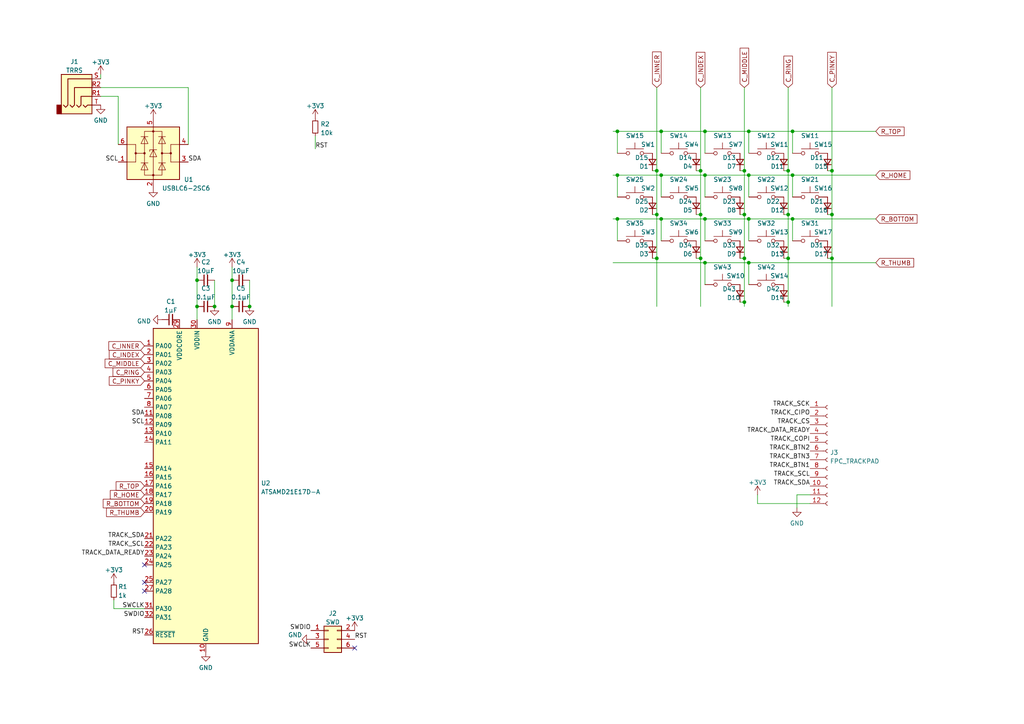
<source format=kicad_sch>
(kicad_sch (version 20211123) (generator eeschema)
  (paper "A4")
  (lib_symbols
    (symbol "Connector:AudioJack4"
      (property "Reference" "J" (at 0 8.89 0))
      (property "Value" "AudioJack4" (at 0 6.35 0))
      (symbol "AudioJack4_0_1"
        (rectangle (start -6.35 -5.08) (end -7.62 -7.62) (stroke (width 0.254)) (fill (type outline)))
        (polyline (pts (xy 0 -5.08) (xy 0.635 -5.715) (xy 1.27 -5.08) (xy 2.54 -5.08)) (stroke (width 0.254)))
        (polyline (pts (xy -5.715 -5.08) (xy -5.08 -5.715) (xy -4.445 -5.08) (xy -4.445 2.54) (xy 2.54 2.54)) (stroke (width 0.254)))
        (polyline (pts (xy -1.905 -5.08) (xy -1.27 -5.715) (xy -0.635 -5.08) (xy -0.635 -2.54) (xy 2.54 -2.54)) (stroke (width 0.254)))
        (polyline (pts (xy 2.54 0) (xy -2.54 0) (xy -2.54 -5.08) (xy -3.175 -5.715) (xy -3.81 -5.08)) (stroke (width 0.254)))
        (rectangle (start 2.54 3.81) (end -6.35 -7.62) (stroke (width 0.254)) (fill (type background)))
      )
      (symbol "AudioJack4_1_1"
        (pin passive line (at 5.08 -2.54 180) (length 2.54) (name "~") (number "R1"))
        (pin passive line (at 5.08 0 180) (length 2.54) (name "~") (number "R2"))
        (pin passive line (at 5.08 2.54 180) (length 2.54) (name "~") (number "S"))
        (pin passive line (at 5.08 -5.08 180) (length 2.54) (name "~") (number "T"))
      )
    )
    (symbol "Connector:Conn_01x12_Female" (pin_names (offset 1.016) hide)
      (property "Reference" "J" (at 0 15.24 0))
      (property "Value" "Conn_01x12_Female" (at 0 -17.78 0))
      (symbol "Conn_01x12_Female_1_1"
        (arc (start 0 -14.732) (mid -0.508 -15.24) (end 0 -15.748) (stroke (width 0.1524)))
        (arc (start 0 -12.192) (mid -0.508 -12.7) (end 0 -13.208) (stroke (width 0.1524)))
        (arc (start 0 -9.652) (mid -0.508 -10.16) (end 0 -10.668) (stroke (width 0.1524)))
        (arc (start 0 -7.112) (mid -0.508 -7.62) (end 0 -8.128) (stroke (width 0.1524)))
        (arc (start 0 -4.572) (mid -0.508 -5.08) (end 0 -5.588) (stroke (width 0.1524)))
        (arc (start 0 -2.032) (mid -0.508 -2.54) (end 0 -3.048) (stroke (width 0.1524)))
        (polyline (pts (xy -1.27 -15.24) (xy -0.508 -15.24)) (stroke (width 0.1524)))
        (polyline (pts (xy -1.27 -12.7) (xy -0.508 -12.7)) (stroke (width 0.1524)))
        (polyline (pts (xy -1.27 -10.16) (xy -0.508 -10.16)) (stroke (width 0.1524)))
        (polyline (pts (xy -1.27 -7.62) (xy -0.508 -7.62)) (stroke (width 0.1524)))
        (polyline (pts (xy -1.27 -5.08) (xy -0.508 -5.08)) (stroke (width 0.1524)))
        (polyline (pts (xy -1.27 -2.54) (xy -0.508 -2.54)) (stroke (width 0.1524)))
        (polyline (pts (xy -1.27 0) (xy -0.508 0)) (stroke (width 0.1524)))
        (polyline (pts (xy -1.27 2.54) (xy -0.508 2.54)) (stroke (width 0.1524)))
        (polyline (pts (xy -1.27 5.08) (xy -0.508 5.08)) (stroke (width 0.1524)))
        (polyline (pts (xy -1.27 7.62) (xy -0.508 7.62)) (stroke (width 0.1524)))
        (polyline (pts (xy -1.27 10.16) (xy -0.508 10.16)) (stroke (width 0.1524)))
        (polyline (pts (xy -1.27 12.7) (xy -0.508 12.7)) (stroke (width 0.1524)))
        (arc (start 0 0.508) (mid -0.508 0) (end 0 -0.508) (stroke (width 0.1524)))
        (arc (start 0 3.048) (mid -0.508 2.54) (end 0 2.032) (stroke (width 0.1524)))
        (arc (start 0 5.588) (mid -0.508 5.08) (end 0 4.572) (stroke (width 0.1524)))
        (arc (start 0 8.128) (mid -0.508 7.62) (end 0 7.112) (stroke (width 0.1524)))
        (arc (start 0 10.668) (mid -0.508 10.16) (end 0 9.652) (stroke (width 0.1524)))
        (arc (start 0 13.208) (mid -0.508 12.7) (end 0 12.192) (stroke (width 0.1524)))
        (pin passive line (at -5.08 12.7 0) (length 3.81) (name "Pin_1") (number "1"))
        (pin passive line (at -5.08 -10.16 0) (length 3.81) (name "Pin_10") (number "10"))
        (pin passive line (at -5.08 -12.7 0) (length 3.81) (name "Pin_11") (number "11"))
        (pin passive line (at -5.08 -15.24 0) (length 3.81) (name "Pin_12") (number "12"))
        (pin passive line (at -5.08 10.16 0) (length 3.81) (name "Pin_2") (number "2"))
        (pin passive line (at -5.08 7.62 0) (length 3.81) (name "Pin_3") (number "3"))
        (pin passive line (at -5.08 5.08 0) (length 3.81) (name "Pin_4") (number "4"))
        (pin passive line (at -5.08 2.54 0) (length 3.81) (name "Pin_5") (number "5"))
        (pin passive line (at -5.08 0 0) (length 3.81) (name "Pin_6") (number "6"))
        (pin passive line (at -5.08 -2.54 0) (length 3.81) (name "Pin_7") (number "7"))
        (pin passive line (at -5.08 -5.08 0) (length 3.81) (name "Pin_8") (number "8"))
        (pin passive line (at -5.08 -7.62 0) (length 3.81) (name "Pin_9") (number "9"))
      )
    )
    (symbol "Connector_Generic:Conn_02x03_Odd_Even" (pin_names (offset 1.016) hide)
      (property "Reference" "J" (at 1.27 5.08 0))
      (property "Value" "Conn_02x03_Odd_Even" (at 1.27 -5.08 0))
      (symbol "Conn_02x03_Odd_Even_1_1"
        (rectangle (start -1.27 -2.413) (end 0 -2.667) (stroke (width 0.1524)))
        (rectangle (start -1.27 0.127) (end 0 -0.127) (stroke (width 0.1524)))
        (rectangle (start -1.27 2.667) (end 0 2.413) (stroke (width 0.1524)))
        (rectangle (start -1.27 3.81) (end 3.81 -3.81) (stroke (width 0.254)) (fill (type background)))
        (rectangle (start 3.81 -2.413) (end 2.54 -2.667) (stroke (width 0.1524)))
        (rectangle (start 3.81 0.127) (end 2.54 -0.127) (stroke (width 0.1524)))
        (rectangle (start 3.81 2.667) (end 2.54 2.413) (stroke (width 0.1524)))
        (pin passive line (at -5.08 2.54 0) (length 3.81) (name "Pin_1") (number "1"))
        (pin passive line (at 7.62 2.54 180) (length 3.81) (name "Pin_2") (number "2"))
        (pin passive line (at -5.08 0 0) (length 3.81) (name "Pin_3") (number "3"))
        (pin passive line (at 7.62 0 180) (length 3.81) (name "Pin_4") (number "4"))
        (pin passive line (at -5.08 -2.54 0) (length 3.81) (name "Pin_5") (number "5"))
        (pin passive line (at 7.62 -2.54 180) (length 3.81) (name "Pin_6") (number "6"))
      )
    )
    (symbol "Device:C_Small" (pin_numbers hide) (pin_names (offset 0.254) hide)
      (property "Reference" "C" (at 0.254 1.778 0))
      (property "Value" "C_Small" (at 0.254 -2.032 0))
      (symbol "C_Small_0_1"
        (polyline (pts (xy -1.524 -0.508) (xy 1.524 -0.508)) (stroke (width 0.3302)))
        (polyline (pts (xy -1.524 0.508) (xy 1.524 0.508)) (stroke (width 0.3048)))
      )
      (symbol "C_Small_1_1"
        (pin passive line (at 0 2.54 270) (length 2.032) (name "~") (number "1"))
        (pin passive line (at 0 -2.54 90) (length 2.032) (name "~") (number "2"))
      )
    )
    (symbol "Device:D_Small" (pin_numbers hide) (pin_names (offset 0.254) hide)
      (property "Reference" "D" (at -1.27 2.032 0))
      (property "Value" "D_Small" (at -3.81 -2.032 0))
      (symbol "D_Small_0_1"
        (polyline (pts (xy -0.762 -1.016) (xy -0.762 1.016)) (stroke (width 0.254)))
        (polyline (pts (xy -0.762 0) (xy 0.762 0)))
        (polyline (pts (xy 0.762 -1.016) (xy -0.762 0) (xy 0.762 1.016) (xy 0.762 -1.016)) (stroke (width 0.254)))
      )
      (symbol "D_Small_1_1"
        (pin passive line (at -2.54 0 0) (length 1.778) (name "K") (number "1"))
        (pin passive line (at 2.54 0 180) (length 1.778) (name "A") (number "2"))
      )
    )
    (symbol "Device:R_Small" (pin_numbers hide) (pin_names (offset 0.254) hide)
      (property "Reference" "R" (at 0.762 0.508 0))
      (property "Value" "R_Small" (at 0.762 -1.016 0))
      (symbol "R_Small_0_1"
        (rectangle (start -0.762 1.778) (end 0.762 -1.778) (stroke (width 0.2032)))
      )
      (symbol "R_Small_1_1"
        (pin passive line (at 0 2.54 270) (length 0.762) (name "~") (number "1"))
        (pin passive line (at 0 -2.54 90) (length 0.762) (name "~") (number "2"))
      )
    )
    (symbol "MCU_Microchip_SAMD:ATSAMD21E17D-A"
      (property "Reference" "U" (at -13.97 46.99 0))
      (property "Value" "ATSAMD21E17D-A" (at 16.51 46.99 0))
      (symbol "ATSAMD21E17D-A_1_1"
        (rectangle (start -15.24 45.72) (end 15.24 -45.72) (stroke (width 0.254)) (fill (type background)))
        (pin bidirectional line (at -17.78 40.64 0) (length 2.54) (name "PA00") (number "1"))
        (pin power_in line (at 0 -48.26 90) (length 2.54) (name "GND") (number "10"))
        (pin bidirectional line (at -17.78 20.32 0) (length 2.54) (name "PA08") (number "11"))
        (pin bidirectional line (at -17.78 17.78 0) (length 2.54) (name "PA09") (number "12"))
        (pin bidirectional line (at -17.78 15.24 0) (length 2.54) (name "PA10") (number "13"))
        (pin bidirectional line (at -17.78 12.7 0) (length 2.54) (name "PA11") (number "14"))
        (pin bidirectional line (at -17.78 5.08 0) (length 2.54) (name "PA14") (number "15"))
        (pin bidirectional line (at -17.78 2.54 0) (length 2.54) (name "PA15") (number "16"))
        (pin bidirectional line (at -17.78 0 0) (length 2.54) (name "PA16") (number "17"))
        (pin bidirectional line (at -17.78 -2.54 0) (length 2.54) (name "PA17") (number "18"))
        (pin bidirectional line (at -17.78 -5.08 0) (length 2.54) (name "PA18") (number "19"))
        (pin bidirectional line (at -17.78 38.1 0) (length 2.54) (name "PA01") (number "2"))
        (pin bidirectional line (at -17.78 -7.62 0) (length 2.54) (name "PA19") (number "20"))
        (pin bidirectional line (at -17.78 -15.24 0) (length 2.54) (name "PA22") (number "21"))
        (pin bidirectional line (at -17.78 -17.78 0) (length 2.54) (name "PA23") (number "22"))
        (pin bidirectional line (at -17.78 -20.32 0) (length 2.54) (name "PA24") (number "23"))
        (pin bidirectional line (at -17.78 -22.86 0) (length 2.54) (name "PA25") (number "24"))
        (pin bidirectional line (at -17.78 -27.94 0) (length 2.54) (name "PA27") (number "25"))
        (pin input line (at -17.78 -43.18 0) (length 2.54) (name "~{RESET}") (number "26"))
        (pin bidirectional line (at -17.78 -30.48 0) (length 2.54) (name "PA28") (number "27"))
        (pin passive line (at 0 -48.26 90) (length 2.54) hide (name "GND") (number "28"))
        (pin power_out line (at -7.62 48.26 270) (length 2.54) (name "VDDCORE") (number "29"))
        (pin bidirectional line (at -17.78 35.56 0) (length 2.54) (name "PA02") (number "3"))
        (pin power_in line (at -2.54 48.26 270) (length 2.54) (name "VDDIN") (number "30"))
        (pin bidirectional line (at -17.78 -35.56 0) (length 2.54) (name "PA30") (number "31"))
        (pin bidirectional line (at -17.78 -38.1 0) (length 2.54) (name "PA31") (number "32"))
        (pin bidirectional line (at -17.78 33.02 0) (length 2.54) (name "PA03") (number "4"))
        (pin bidirectional line (at -17.78 30.48 0) (length 2.54) (name "PA04") (number "5"))
        (pin bidirectional line (at -17.78 27.94 0) (length 2.54) (name "PA05") (number "6"))
        (pin bidirectional line (at -17.78 25.4 0) (length 2.54) (name "PA06") (number "7"))
        (pin bidirectional line (at -17.78 22.86 0) (length 2.54) (name "PA07") (number "8"))
        (pin power_in line (at 7.62 48.26 270) (length 2.54) (name "VDDANA") (number "9"))
      )
    )
    (symbol "Power_Protection:USBLC6-2SC6" (pin_names hide)
      (property "Reference" "U" (at 2.54 8.89 0))
      (property "Value" "USBLC6-2SC6" (at 2.54 -8.89 0))
      (symbol "USBLC6-2SC6_0_1"
        (rectangle (start -7.62 -7.62) (end 7.62 7.62) (stroke (width 0.254)) (fill (type background)))
        (circle (center -5.08 0) (radius 0.254) (fill (type outline)))
        (circle (center -2.54 0) (radius 0.254) (fill (type outline)))
        (rectangle (start -2.54 6.35) (end 2.54 -6.35))
        (circle (center 0 -6.35) (radius 0.254) (fill (type outline)))
        (polyline (pts (xy -5.08 -2.54) (xy -7.62 -2.54)))
        (polyline (pts (xy -5.08 0) (xy -5.08 -2.54)))
        (polyline (pts (xy -5.08 2.54) (xy -7.62 2.54)))
        (polyline (pts (xy -1.524 -2.794) (xy -3.556 -2.794)))
        (polyline (pts (xy -1.524 4.826) (xy -3.556 4.826)))
        (polyline (pts (xy 0 -7.62) (xy 0 -6.35)))
        (polyline (pts (xy 0 -6.35) (xy 0 1.27)))
        (polyline (pts (xy 0 1.27) (xy 0 6.35)))
        (polyline (pts (xy 0 6.35) (xy 0 7.62)))
        (polyline (pts (xy 1.524 -2.794) (xy 3.556 -2.794)))
        (polyline (pts (xy 1.524 4.826) (xy 3.556 4.826)))
        (polyline (pts (xy 5.08 -2.54) (xy 7.62 -2.54)))
        (polyline (pts (xy 5.08 0) (xy 5.08 -2.54)))
        (polyline (pts (xy 5.08 2.54) (xy 7.62 2.54)))
        (polyline (pts (xy -2.54 0) (xy -5.08 0) (xy -5.08 2.54)))
        (polyline (pts (xy 2.54 0) (xy 5.08 0) (xy 5.08 2.54)))
        (polyline (pts (xy -3.556 -4.826) (xy -1.524 -4.826) (xy -2.54 -2.794) (xy -3.556 -4.826)))
        (polyline (pts (xy -3.556 2.794) (xy -1.524 2.794) (xy -2.54 4.826) (xy -3.556 2.794)))
        (polyline (pts (xy -1.016 -1.016) (xy 1.016 -1.016) (xy 0 1.016) (xy -1.016 -1.016)))
        (polyline (pts (xy 1.016 1.016) (xy 0.762 1.016) (xy -1.016 1.016) (xy -1.016 0.508)))
        (polyline (pts (xy 3.556 -4.826) (xy 1.524 -4.826) (xy 2.54 -2.794) (xy 3.556 -4.826)))
        (polyline (pts (xy 3.556 2.794) (xy 1.524 2.794) (xy 2.54 4.826) (xy 3.556 2.794)))
        (circle (center 0 6.35) (radius 0.254) (fill (type outline)))
        (circle (center 2.54 0) (radius 0.254) (fill (type outline)))
        (circle (center 5.08 0) (radius 0.254) (fill (type outline)))
      )
      (symbol "USBLC6-2SC6_1_1"
        (pin passive line (at -10.16 -2.54 0) (length 2.54) (name "I/O1") (number "1"))
        (pin passive line (at 0 -10.16 90) (length 2.54) (name "GND") (number "2"))
        (pin passive line (at 10.16 -2.54 180) (length 2.54) (name "I/O2") (number "3"))
        (pin passive line (at 10.16 2.54 180) (length 2.54) (name "I/O2") (number "4"))
        (pin passive line (at 0 10.16 270) (length 2.54) (name "VBUS") (number "5"))
        (pin passive line (at -10.16 2.54 0) (length 2.54) (name "I/O1") (number "6"))
      )
    )
    (symbol "Switch:SW_Push" (pin_numbers hide) (pin_names (offset 1.016) hide)
      (property "Reference" "SW" (at 1.27 2.54 0))
      (property "Value" "SW_Push" (at 0 -1.524 0))
      (symbol "SW_Push_0_1"
        (circle (center -2.032 0) (radius 0.508))
        (polyline (pts (xy 0 1.27) (xy 0 3.048)))
        (polyline (pts (xy 2.54 1.27) (xy -2.54 1.27)))
        (circle (center 2.032 0) (radius 0.508))
        (pin passive line (at -5.08 0 0) (length 2.54) (name "1") (number "1"))
        (pin passive line (at 5.08 0 180) (length 2.54) (name "2") (number "2"))
      )
    )
    (symbol "power:+3V3" (power) (pin_names (offset 0))
      (property "Value" "+3V3" (at 0 3.556 0))
      (symbol "+3V3_0_1"
        (polyline (pts (xy -0.762 1.27) (xy 0 2.54)))
        (polyline (pts (xy 0 0) (xy 0 2.54)))
        (polyline (pts (xy 0 2.54) (xy 0.762 1.27)))
      )
      (symbol "+3V3_1_1"
        (pin power_in line (at 0 0 90) (length 0) hide (name "+3V3") (number "1"))
      )
    )
    (symbol "power:GND" (power) (pin_names (offset 0))
      (property "Value" "GND" (at 0 -3.81 0))
      (symbol "GND_0_1"
        (polyline (pts (xy 0 0) (xy 0 -1.27) (xy 1.27 -1.27) (xy 0 -2.54) (xy -1.27 -1.27) (xy 0 -1.27)))
      )
      (symbol "GND_1_1"
        (pin power_in line (at 0 0 270) (length 0) hide (name "GND") (number "1"))
      )
    )
  )
  (junction (at 217.17 63.5))
  (junction (at 190.5 49.53))
  (junction (at 203.2 49.53))
  (junction (at 179.07 63.5))
  (junction (at 229.87 38.1))
  (junction (at 191.77 63.5))
  (junction (at 72.39 88.9))
  (junction (at 241.3 74.93))
  (junction (at 228.6 87.63))
  (junction (at 228.6 49.53))
  (junction (at 241.3 49.53))
  (junction (at 217.17 50.8))
  (junction (at 217.17 76.2))
  (junction (at 190.5 74.93))
  (junction (at 179.07 50.8))
  (junction (at 191.77 38.1))
  (junction (at 215.9 49.53))
  (junction (at 228.6 74.93))
  (junction (at 67.31 81.28))
  (junction (at 191.77 50.8))
  (junction (at 203.2 74.93))
  (junction (at 62.23 88.9))
  (junction (at 229.87 50.8))
  (junction (at 215.9 87.63))
  (junction (at 215.9 62.23))
  (junction (at 204.47 63.5))
  (junction (at 204.47 38.1))
  (junction (at 228.6 62.23))
  (junction (at 57.15 81.28))
  (junction (at 203.2 62.23))
  (junction (at 67.31 88.9))
  (junction (at 204.47 50.8))
  (junction (at 57.15 88.9))
  (junction (at 217.17 38.1))
  (junction (at 190.5 62.23))
  (junction (at 229.87 63.5))
  (junction (at 204.47 76.2))
  (junction (at 215.9 74.93))
  (junction (at 179.07 38.1))
  (junction (at 241.3 62.23))
  (no_connect (at 41.91 168.91))
  (no_connect (at 41.91 163.83))
  (no_connect (at 102.87 187.96))
  (no_connect (at 41.91 171.45))
  (wire (pts (xy 215.9 62.23) (xy 215.9 74.93)))
  (wire (pts (xy 29.21 25.4) (xy 54.61 25.4)))
  (wire (pts (xy 228.6 87.63) (xy 228.6 88.9)))
  (wire (pts (xy 204.47 38.1) (xy 204.47 44.45)))
  (wire (pts (xy 215.9 49.53) (xy 214.63 49.53)))
  (wire (pts (xy 203.2 74.93) (xy 201.93 74.93)))
  (wire (pts (xy 190.5 49.53) (xy 189.23 49.53)))
  (wire (pts (xy 217.17 63.5) (xy 204.47 63.5)))
  (wire (pts (xy 179.07 63.5) (xy 177.8 63.5)))
  (wire (pts (xy 241.3 49.53) (xy 241.3 62.23)))
  (wire (pts (xy 191.77 50.8) (xy 179.07 50.8)))
  (wire (pts (xy 241.3 62.23) (xy 241.3 74.93)))
  (wire (pts (xy 229.87 63.5) (xy 217.17 63.5)))
  (wire (pts (xy 217.17 76.2) (xy 204.47 76.2)))
  (wire (pts (xy 57.15 81.28) (xy 57.15 88.9)))
  (wire (pts (xy 229.87 50.8) (xy 217.17 50.8)))
  (wire (pts (xy 190.5 62.23) (xy 189.23 62.23)))
  (wire (pts (xy 215.9 87.63) (xy 215.9 88.9)))
  (wire (pts (xy 228.6 49.53) (xy 228.6 62.23)))
  (wire (pts (xy 215.9 74.93) (xy 215.9 87.63)))
  (wire (pts (xy 228.6 49.53) (xy 227.33 49.53)))
  (wire (pts (xy 254 76.2) (xy 217.17 76.2)))
  (wire (pts (xy 228.6 25.4) (xy 228.6 49.53)))
  (wire (pts (xy 203.2 25.4) (xy 203.2 49.53)))
  (wire (pts (xy 254 50.8) (xy 229.87 50.8)))
  (wire (pts (xy 229.87 38.1) (xy 229.87 44.45)))
  (wire (pts (xy 190.5 74.93) (xy 189.23 74.93)))
  (wire (pts (xy 91.44 39.37) (xy 91.44 43.18)))
  (wire (pts (xy 231.14 143.51) (xy 231.14 147.32)))
  (wire (pts (xy 254 38.1) (xy 229.87 38.1)))
  (wire (pts (xy 217.17 50.8) (xy 204.47 50.8)))
  (wire (pts (xy 229.87 50.8) (xy 229.87 57.15)))
  (wire (pts (xy 190.5 25.4) (xy 190.5 49.53)))
  (wire (pts (xy 204.47 50.8) (xy 204.47 57.15)))
  (wire (pts (xy 179.07 38.1) (xy 177.8 38.1)))
  (wire (pts (xy 191.77 63.5) (xy 179.07 63.5)))
  (wire (pts (xy 217.17 76.2) (xy 217.17 82.55)))
  (wire (pts (xy 54.61 25.4) (xy 54.61 41.91)))
  (wire (pts (xy 203.2 62.23) (xy 201.93 62.23)))
  (wire (pts (xy 57.15 88.9) (xy 57.15 92.71)))
  (wire (pts (xy 215.9 62.23) (xy 214.63 62.23)))
  (wire (pts (xy 179.07 63.5) (xy 179.07 69.85)))
  (wire (pts (xy 203.2 62.23) (xy 203.2 74.93)))
  (wire (pts (xy 215.9 87.63) (xy 214.63 87.63)))
  (wire (pts (xy 191.77 38.1) (xy 179.07 38.1)))
  (wire (pts (xy 62.23 81.28) (xy 62.23 88.9)))
  (wire (pts (xy 217.17 38.1) (xy 217.17 44.45)))
  (wire (pts (xy 229.87 63.5) (xy 229.87 69.85)))
  (wire (pts (xy 217.17 63.5) (xy 217.17 69.85)))
  (wire (pts (xy 234.95 143.51) (xy 231.14 143.51)))
  (wire (pts (xy 241.3 49.53) (xy 240.03 49.53)))
  (wire (pts (xy 241.3 62.23) (xy 240.03 62.23)))
  (wire (pts (xy 241.3 74.93) (xy 241.3 88.9)))
  (wire (pts (xy 34.29 27.94) (xy 34.29 41.91)))
  (wire (pts (xy 228.6 62.23) (xy 228.6 74.93)))
  (wire (pts (xy 67.31 77.47) (xy 67.31 81.28)))
  (wire (pts (xy 190.5 62.23) (xy 190.5 74.93)))
  (wire (pts (xy 229.87 38.1) (xy 217.17 38.1)))
  (wire (pts (xy 203.2 74.93) (xy 203.2 88.9)))
  (wire (pts (xy 190.5 74.93) (xy 190.5 88.9)))
  (wire (pts (xy 191.77 50.8) (xy 191.77 57.15)))
  (wire (pts (xy 190.5 49.53) (xy 190.5 62.23)))
  (wire (pts (xy 57.15 77.47) (xy 57.15 81.28)))
  (wire (pts (xy 33.02 176.53) (xy 41.91 176.53)))
  (wire (pts (xy 204.47 50.8) (xy 191.77 50.8)))
  (wire (pts (xy 215.9 74.93) (xy 214.63 74.93)))
  (wire (pts (xy 241.3 74.93) (xy 240.03 74.93)))
  (wire (pts (xy 215.9 49.53) (xy 215.9 62.23)))
  (wire (pts (xy 72.39 81.28) (xy 72.39 88.9)))
  (wire (pts (xy 228.6 74.93) (xy 228.6 87.63)))
  (wire (pts (xy 204.47 63.5) (xy 191.77 63.5)))
  (wire (pts (xy 241.3 25.4) (xy 241.3 49.53)))
  (wire (pts (xy 228.6 87.63) (xy 227.33 87.63)))
  (wire (pts (xy 29.21 21.59) (xy 29.21 22.86)))
  (wire (pts (xy 228.6 62.23) (xy 227.33 62.23)))
  (wire (pts (xy 67.31 88.9) (xy 67.31 92.71)))
  (wire (pts (xy 204.47 63.5) (xy 204.47 69.85)))
  (wire (pts (xy 254 63.5) (xy 229.87 63.5)))
  (wire (pts (xy 179.07 50.8) (xy 179.07 57.15)))
  (wire (pts (xy 191.77 63.5) (xy 191.77 69.85)))
  (wire (pts (xy 203.2 49.53) (xy 201.93 49.53)))
  (wire (pts (xy 29.21 27.94) (xy 34.29 27.94)))
  (wire (pts (xy 217.17 38.1) (xy 204.47 38.1)))
  (wire (pts (xy 217.17 50.8) (xy 217.17 57.15)))
  (wire (pts (xy 179.07 38.1) (xy 179.07 44.45)))
  (wire (pts (xy 179.07 50.8) (xy 177.8 50.8)))
  (wire (pts (xy 204.47 76.2) (xy 204.47 82.55)))
  (wire (pts (xy 203.2 49.53) (xy 203.2 62.23)))
  (wire (pts (xy 228.6 74.93) (xy 227.33 74.93)))
  (wire (pts (xy 67.31 81.28) (xy 67.31 88.9)))
  (wire (pts (xy 33.02 173.99) (xy 33.02 176.53)))
  (wire (pts (xy 204.47 38.1) (xy 191.77 38.1)))
  (wire (pts (xy 215.9 25.4) (xy 215.9 49.53)))
  (wire (pts (xy 177.8 76.2) (xy 204.47 76.2)))
  (wire (pts (xy 219.71 146.05) (xy 219.71 143.51)))
  (wire (pts (xy 234.95 146.05) (xy 219.71 146.05)))
  (wire (pts (xy 191.77 38.1) (xy 191.77 44.45)))
  (label "TRACK_SCK" (at 234.95 118.11 180))
  (label "SDA" (at 54.61 46.99 0))
  (label "SWCLK" (at 41.91 176.53 180))
  (label "TRACK_BTN3" (at 234.95 133.35 180))
  (label "TRACK_CS" (at 234.95 123.19 180))
  (label "TRACK_BTN1" (at 234.95 135.89 180))
  (label "TRACK_SCL" (at 234.95 138.43 180))
  (label "TRACK_CIPO" (at 234.95 120.65 180))
  (label "TRACK_DATA_READY" (at 234.95 125.73 180))
  (label "RST" (at 91.44 43.18 0))
  (label "TRACK_BTN2" (at 234.95 130.81 180))
  (label "SDA" (at 41.91 120.65 180))
  (label "TRACK_DATA_READY" (at 41.91 161.29 180))
  (label "TRACK_SCL" (at 41.91 158.75 180))
  (label "TRACK_SDA" (at 41.91 156.21 180))
  (label "SWDIO" (at 90.17 182.88 180))
  (label "SCL" (at 41.91 123.19 180))
  (label "SWCLK" (at 90.17 187.96 180))
  (label "RST" (at 41.91 184.15 180))
  (label "TRACK_COPI" (at 234.95 128.27 180))
  (label "TRACK_SDA" (at 234.95 140.97 180))
  (label "SWDIO" (at 41.91 179.07 180))
  (label "RST" (at 102.87 185.42 0))
  (label "SCL" (at 34.29 46.99 180))
  (global_label "R_TOP" (shape input) (at 254 38.1 0) (property "Intersheet References" "${INTERSHEET_REFS}" (effects hide)))
  (global_label "C_INNER" (shape input) (at 41.91 100.33 180) (property "Intersheet References" "${INTERSHEET_REFS}" (effects hide)))
  (global_label "C_RING" (shape input) (at 228.6 25.4 90) (property "Intersheet References" "${INTERSHEET_REFS}" (effects hide)))
  (global_label "C_MIDDLE" (shape input) (at 215.9 25.4 90) (property "Intersheet References" "${INTERSHEET_REFS}" (effects hide)))
  (global_label "C_PINKY" (shape input) (at 41.91 110.49 180) (property "Intersheet References" "${INTERSHEET_REFS}" (effects hide)))
  (global_label "C_PINKY" (shape input) (at 241.3 25.4 90) (property "Intersheet References" "${INTERSHEET_REFS}" (effects hide)))
  (global_label "C_MIDDLE" (shape input) (at 41.91 105.41 180) (property "Intersheet References" "${INTERSHEET_REFS}" (effects hide)))
  (global_label "C_INDEX" (shape input) (at 203.2 25.4 90) (property "Intersheet References" "${INTERSHEET_REFS}" (effects hide)))
  (global_label "C_INNER" (shape input) (at 190.5 25.4 90) (property "Intersheet References" "${INTERSHEET_REFS}" (effects hide)))
  (global_label "C_INDEX" (shape input) (at 41.91 102.87 180) (property "Intersheet References" "${INTERSHEET_REFS}" (effects hide)))
  (global_label "R_BOTTOM" (shape input) (at 41.91 146.05 180) (property "Intersheet References" "${INTERSHEET_REFS}" (effects hide)))
  (global_label "R_THUMB" (shape input) (at 41.91 148.59 180) (property "Intersheet References" "${INTERSHEET_REFS}" (effects hide)))
  (global_label "R_HOME" (shape input) (at 254 50.8 0) (property "Intersheet References" "${INTERSHEET_REFS}" (effects hide)))
  (global_label "R_HOME" (shape input) (at 41.91 143.51 180) (property "Intersheet References" "${INTERSHEET_REFS}" (effects hide)))
  (global_label "R_BOTTOM" (shape input) (at 254 63.5 0) (property "Intersheet References" "${INTERSHEET_REFS}" (effects hide)))
  (global_label "R_THUMB" (shape input) (at 254 76.2 0) (property "Intersheet References" "${INTERSHEET_REFS}" (effects hide)))
  (global_label "R_TOP" (shape input) (at 41.91 140.97 180) (property "Intersheet References" "${INTERSHEET_REFS}" (effects hide)))
  (global_label "C_RING" (shape input) (at 41.91 107.95 180) (property "Intersheet References" "${INTERSHEET_REFS}" (effects hide)))
  (symbol (lib_id "Device:D_Small") (at 240.03 59.69 270) (mirror x) (unit 1)
    (property "Reference" "D16" (at 236.22 60.96 90) (effects (justify left)))
    (property "Value" "D21" (at 234.95 58.42 90) (effects (justify left)))
    (property "Footprint" "1N4148:DIOAD829W49L456D191" (effects hide))
  )
  (symbol (lib_id "Device:D_Small") (at 189.23 46.99 270) (mirror x) (unit 1)
    (property "Reference" "D1" (at 185.42 48.26 90) (effects (justify left)))
    (property "Value" "D15" (at 184.15 45.72 90) (effects (justify left)))
    (property "Footprint" "1N4148:DIOAD829W49L456D191" (effects hide))
  )
  (symbol (lib_id "Device:C_Small") (at 69.85 81.28 90) (unit 1)
    (property "Reference" "C4" (at 69.8563 76.0181 90))
    (property "Value" "10µF" (at 69.8563 78.555 90))
    (property "Footprint" "Capacitor_SMD:C_0603_1608Metric_Pad1.08x0.95mm_HandSolder" (effects hide))
  )
  (symbol (lib_id "power:GND") (at 44.45 54.61 0) (unit 1)
    (property "Reference" "#PWR0112" (effects hide))
    (property "Value" "GND" (at 44.45 59.0534 0))
  )
  (symbol (lib_id "Switch:SW_Push") (at 209.55 82.55 0) (mirror y) (unit 1)
    (property "Reference" "SW10" (at 213.36 80.01 0))
    (property "Value" "SW43" (at 209.55 77.47 0))
    (property "Footprint" "mbk:Choc-1u-solder" (effects hide))
  )
  (symbol (lib_id "Device:C_Small") (at 49.53 92.71 90) (unit 1)
    (property "Reference" "C1" (at 49.5363 87.4481 90))
    (property "Value" "1µF" (at 49.5363 89.985 90))
    (property "Footprint" "Capacitor_SMD:C_0603_1608Metric_Pad1.08x0.95mm_HandSolder" (effects hide))
  )
  (symbol (lib_id "Device:D_Small") (at 214.63 46.99 270) (mirror x) (unit 1)
    (property "Reference" "D7" (at 210.82 48.26 90) (effects (justify left)))
    (property "Value" "D13" (at 209.55 45.72 90) (effects (justify left)))
    (property "Footprint" "1N4148:DIOAD829W49L456D191" (effects hide))
  )
  (symbol (lib_id "Device:D_Small") (at 227.33 59.69 270) (mirror x) (unit 1)
    (property "Reference" "D12" (at 223.52 60.96 90) (effects (justify left)))
    (property "Value" "D22" (at 222.25 58.42 90) (effects (justify left)))
    (property "Footprint" "1N4148:DIOAD829W49L456D191" (effects hide))
  )
  (symbol (lib_id "Device:C_Small") (at 59.69 88.9 90) (unit 1)
    (property "Reference" "C3" (at 59.6963 83.6381 90))
    (property "Value" "0.1µF" (at 59.6963 86.175 90))
    (property "Footprint" "Capacitor_SMD:C_0603_1608Metric_Pad1.08x0.95mm_HandSolder" (effects hide))
  )
  (symbol (lib_id "Device:D_Small") (at 201.93 72.39 270) (mirror x) (unit 1)
    (property "Reference" "D6" (at 198.12 73.66 90) (effects (justify left)))
    (property "Value" "D34" (at 196.85 71.12 90) (effects (justify left)))
    (property "Footprint" "1N4148:DIOAD829W49L456D191" (effects hide))
  )
  (symbol (lib_id "Switch:SW_Push") (at 222.25 69.85 0) (mirror y) (unit 1)
    (property "Reference" "SW13" (at 226.06 67.31 0))
    (property "Value" "SW32" (at 222.25 64.77 0))
    (property "Footprint" "mbk:Choc-1u-solder" (effects hide))
  )
  (symbol (lib_id "Switch:SW_Push") (at 196.85 57.15 0) (mirror y) (unit 1)
    (property "Reference" "SW5" (at 200.66 54.61 0))
    (property "Value" "SW24" (at 196.85 52.07 0))
    (property "Footprint" "mbk:Choc-1u-solder" (effects hide))
  )
  (symbol (lib_id "Device:D_Small") (at 201.93 46.99 270) (mirror x) (unit 1)
    (property "Reference" "D4" (at 198.12 48.26 90) (effects (justify left)))
    (property "Value" "D14" (at 196.85 45.72 90) (effects (justify left)))
    (property "Footprint" "1N4148:DIOAD829W49L456D191" (effects hide))
  )
  (symbol (lib_id "Switch:SW_Push") (at 196.85 69.85 0) (mirror y) (unit 1)
    (property "Reference" "SW6" (at 200.66 67.31 0))
    (property "Value" "SW34" (at 196.85 64.77 0))
    (property "Footprint" "mbk:Choc-1u-solder" (effects hide))
  )
  (symbol (lib_id "Switch:SW_Push") (at 184.15 44.45 0) (mirror y) (unit 1)
    (property "Reference" "SW1" (at 187.96 41.91 0))
    (property "Value" "SW15" (at 184.15 39.37 0))
    (property "Footprint" "mbk:Choc-1u-solder" (effects hide))
  )
  (symbol (lib_id "Switch:SW_Push") (at 184.15 69.85 0) (mirror y) (unit 1)
    (property "Reference" "SW3" (at 187.96 67.31 0))
    (property "Value" "SW35" (at 184.15 64.77 0))
    (property "Footprint" "mbk:Choc-1u-solder" (effects hide))
  )
  (symbol (lib_id "Device:D_Small") (at 227.33 72.39 270) (mirror x) (unit 1)
    (property "Reference" "D13" (at 223.52 73.66 90) (effects (justify left)))
    (property "Value" "D32" (at 222.25 71.12 90) (effects (justify left)))
    (property "Footprint" "1N4148:DIOAD829W49L456D191" (effects hide))
  )
  (symbol (lib_id "Device:R_Small") (at 91.44 36.83 180) (unit 1)
    (property "Reference" "R2" (at 92.9386 35.9953 0) (effects (justify right)))
    (property "Value" "10k" (at 92.9386 38.5322 0) (effects (justify right)))
    (property "Footprint" "Resistor_SMD:R_0402_1005Metric_Pad0.72x0.64mm_HandSolder" (effects hide))
  )
  (symbol (lib_id "power:+3V3") (at 44.45 34.29 0) (unit 1)
    (property "Reference" "#PWR0110" (effects hide))
    (property "Value" "+3V3" (at 44.45 30.7142 0))
  )
  (symbol (lib_id "Device:C_Small") (at 59.69 81.28 90) (unit 1)
    (property "Reference" "C2" (at 59.6963 76.0181 90))
    (property "Value" "10µF" (at 59.6963 78.555 90))
    (property "Footprint" "Capacitor_SMD:C_0603_1608Metric_Pad1.08x0.95mm_HandSolder" (effects hide))
  )
  (symbol (lib_id "Switch:SW_Push") (at 209.55 44.45 0) (mirror y) (unit 1)
    (property "Reference" "SW7" (at 213.36 41.91 0))
    (property "Value" "SW13" (at 209.55 39.37 0))
    (property "Footprint" "mbk:Choc-1u-solder" (effects hide))
  )
  (symbol (lib_id "Switch:SW_Push") (at 209.55 69.85 0) (mirror y) (unit 1)
    (property "Reference" "SW9" (at 213.36 67.31 0))
    (property "Value" "SW33" (at 209.55 64.77 0))
    (property "Footprint" "mbk:Choc-1u-solder" (effects hide))
  )
  (symbol (lib_id "Switch:SW_Push") (at 234.95 57.15 0) (mirror y) (unit 1)
    (property "Reference" "SW16" (at 238.76 54.61 0))
    (property "Value" "SW21" (at 234.95 52.07 0))
    (property "Footprint" "mbk:Choc-1u-solder" (effects hide))
  )
  (symbol (lib_id "Device:C_Small") (at 69.85 88.9 90) (unit 1)
    (property "Reference" "C5" (at 69.8563 83.6381 90))
    (property "Value" "0.1µF" (at 69.8563 86.175 90))
    (property "Footprint" "Capacitor_SMD:C_0603_1608Metric_Pad1.08x0.95mm_HandSolder" (effects hide))
  )
  (symbol (lib_id "Switch:SW_Push") (at 184.15 57.15 0) (mirror y) (unit 1)
    (property "Reference" "SW2" (at 187.96 54.61 0))
    (property "Value" "SW25" (at 184.15 52.07 0))
    (property "Footprint" "mbk:Choc-1u-solder" (effects hide))
  )
  (symbol (lib_id "Device:D_Small") (at 201.93 59.69 270) (mirror x) (unit 1)
    (property "Reference" "D5" (at 198.12 60.96 90) (effects (justify left)))
    (property "Value" "D24" (at 196.85 58.42 90) (effects (justify left)))
    (property "Footprint" "1N4148:DIOAD829W49L456D191" (effects hide))
  )
  (symbol (lib_id "power:GND") (at 46.99 92.71 270) (unit 1)
    (property "Reference" "#PWR0109" (effects hide))
    (property "Value" "GND" (at 43.8151 93.1438 90) (effects (justify right)))
  )
  (symbol (lib_id "Device:D_Small") (at 227.33 85.09 270) (mirror x) (unit 1)
    (property "Reference" "D14" (at 223.52 86.36 90) (effects (justify left)))
    (property "Value" "D42" (at 222.25 83.82 90) (effects (justify left)))
    (property "Footprint" "1N4148:DIOAD829W49L456D191" (effects hide))
  )
  (symbol (lib_id "Switch:SW_Push") (at 196.85 44.45 0) (mirror y) (unit 1)
    (property "Reference" "SW4" (at 200.66 41.91 0))
    (property "Value" "SW14" (at 196.85 39.37 0))
    (property "Footprint" "mbk:Choc-1u-solder" (effects hide))
  )
  (symbol (lib_id "Device:D_Small") (at 240.03 46.99 270) (mirror x) (unit 1)
    (property "Reference" "D15" (at 236.22 48.26 90) (effects (justify left)))
    (property "Value" "D11" (at 234.95 45.72 90) (effects (justify left)))
    (property "Footprint" "1N4148:DIOAD829W49L456D191" (effects hide))
  )
  (symbol (lib_id "power:+3V3") (at 102.87 182.88 0) (unit 1)
    (property "Reference" "#PWR0104" (effects hide))
    (property "Value" "+3V3" (at 102.87 179.2755 0))
  )
  (symbol (lib_id "Switch:SW_Push") (at 222.25 82.55 0) (mirror y) (unit 1)
    (property "Reference" "SW14" (at 226.06 80.01 0))
    (property "Value" "SW42" (at 222.25 77.47 0))
    (property "Footprint" "mbk:Choc-1u-solder" (effects hide))
  )
  (symbol (lib_id "Power_Protection:USBLC6-2SC6") (at 44.45 44.45 0) (unit 1)
    (property "Reference" "U1" (at 53.34 52.07 0) (effects (justify left)))
    (property "Value" "USBLC6-2SC6" (at 46.99 54.61 0) (effects (justify left)))
    (property "Footprint" "Package_TO_SOT_SMD:SOT-23-6" (effects hide))
    (property "Datasheet" "https://www.st.com/resource/en/datasheet/usblc6-2.pdf" (effects hide))
  )
  (symbol (lib_id "power:GND") (at 90.17 185.42 270) (unit 1)
    (property "Reference" "#PWR0102" (effects hide))
    (property "Value" "GND" (at 87.63 184.15 90) (effects (justify right)))
  )
  (symbol (lib_id "power:GND") (at 29.21 30.48 0) (unit 1)
    (property "Reference" "#PWR0115" (effects hide))
    (property "Value" "GND" (at 29.21 34.9234 0))
  )
  (symbol (lib_id "power:+3V3") (at 57.15 77.47 0) (unit 1)
    (property "Reference" "#PWR0113" (effects hide))
    (property "Value" "+3V3" (at 57.15 73.8942 0))
  )
  (symbol (lib_id "Device:D_Small") (at 214.63 72.39 270) (mirror x) (unit 1)
    (property "Reference" "D9" (at 210.82 73.66 90) (effects (justify left)))
    (property "Value" "D33" (at 209.55 71.12 90) (effects (justify left)))
    (property "Footprint" "1N4148:DIOAD829W49L456D191" (effects hide))
  )
  (symbol (lib_id "power:+3V3") (at 219.71 143.51 0) (unit 1)
    (property "Reference" "#PWR0105" (effects hide))
    (property "Value" "+3V3" (at 219.71 139.9342 0))
  )
  (symbol (lib_id "Device:D_Small") (at 240.03 72.39 270) (mirror x) (unit 1)
    (property "Reference" "D17" (at 236.22 73.66 90) (effects (justify left)))
    (property "Value" "D31" (at 234.95 71.12 90) (effects (justify left)))
    (property "Footprint" "1N4148:DIOAD829W49L456D191" (effects hide))
  )
  (symbol (lib_id "power:GND") (at 62.23 88.9 0) (unit 1)
    (property "Reference" "#PWR0108" (effects hide))
    (property "Value" "GND" (at 62.23 93.3434 0))
  )
  (symbol (lib_id "Connector_Generic:Conn_02x03_Odd_Even") (at 95.25 185.42 0) (unit 1)
    (property "Reference" "J2" (at 96.52 177.9102 0))
    (property "Value" "SWD" (at 96.52 180.4471 0))
    (property "Footprint" "Connector_PinHeader_1.27mm:PinHeader_2x03_P1.27mm_Vertical" (effects hide))
  )
  (symbol (lib_id "Device:D_Small") (at 189.23 72.39 270) (mirror x) (unit 1)
    (property "Reference" "D3" (at 185.42 73.66 90) (effects (justify left)))
    (property "Value" "D35" (at 184.15 71.12 90) (effects (justify left)))
    (property "Footprint" "1N4148:DIOAD829W49L456D191" (effects hide))
  )
  (symbol (lib_id "power:+3V3") (at 33.02 168.91 0) (unit 1)
    (property "Reference" "#PWR0101" (effects hide))
    (property "Value" "+3V3" (at 33.02 165.3055 0))
  )
  (symbol (lib_id "power:+3V3") (at 91.44 34.29 0) (unit 1)
    (property "Reference" "#PWR0111" (effects hide))
    (property "Value" "+3V3" (at 91.44 30.7142 0))
  )
  (symbol (lib_id "Device:D_Small") (at 214.63 59.69 270) (mirror x) (unit 1)
    (property "Reference" "D8" (at 210.82 60.96 90) (effects (justify left)))
    (property "Value" "D23" (at 209.55 58.42 90) (effects (justify left)))
    (property "Footprint" "1N4148:DIOAD829W49L456D191" (effects hide))
  )
  (symbol (lib_id "power:+3V3") (at 67.31 77.47 0) (unit 1)
    (property "Reference" "#PWR0114" (effects hide))
    (property "Value" "+3V3" (at 67.31 73.8942 0))
  )
  (symbol (lib_id "Switch:SW_Push") (at 234.95 69.85 0) (mirror y) (unit 1)
    (property "Reference" "SW17" (at 238.76 67.31 0))
    (property "Value" "SW31" (at 234.95 64.77 0))
    (property "Footprint" "mbk:Choc-1u-solder" (effects hide))
  )
  (symbol (lib_id "Switch:SW_Push") (at 222.25 57.15 0) (mirror y) (unit 1)
    (property "Reference" "SW12" (at 226.06 54.61 0))
    (property "Value" "SW22" (at 222.25 52.07 0))
    (property "Footprint" "mbk:Choc-1u-solder" (effects hide))
  )
  (symbol (lib_id "power:GND") (at 72.39 88.9 0) (unit 1)
    (property "Reference" "#PWR0107" (effects hide))
    (property "Value" "GND" (at 72.39 93.3434 0))
  )
  (symbol (lib_id "power:+3V3") (at 29.21 21.59 0) (unit 1)
    (property "Reference" "#PWR0116" (effects hide))
    (property "Value" "+3V3" (at 29.21 18.0142 0))
  )
  (symbol (lib_id "Device:D_Small") (at 227.33 46.99 270) (mirror x) (unit 1)
    (property "Reference" "D11" (at 223.52 48.26 90) (effects (justify left)))
    (property "Value" "D12" (at 222.25 45.72 90) (effects (justify left)))
    (property "Footprint" "1N4148:DIOAD829W49L456D191" (effects hide))
  )
  (symbol (lib_id "Device:D_Small") (at 189.23 59.69 270) (mirror x) (unit 1)
    (property "Reference" "D2" (at 185.42 60.96 90) (effects (justify left)))
    (property "Value" "D25" (at 184.15 58.42 90) (effects (justify left)))
    (property "Footprint" "1N4148:DIOAD829W49L456D191" (effects hide))
  )
  (symbol (lib_id "power:GND") (at 59.69 189.23 0) (unit 1)
    (property "Reference" "#PWR0103" (effects hide))
    (property "Value" "GND" (at 59.69 193.6734 0))
  )
  (symbol (lib_id "Switch:SW_Push") (at 222.25 44.45 0) (mirror y) (unit 1)
    (property "Reference" "SW11" (at 226.06 41.91 0))
    (property "Value" "SW12" (at 222.25 39.37 0))
    (property "Footprint" "mbk:Choc-1u-solder" (effects hide))
  )
  (symbol (lib_id "MCU_Microchip_SAMD:ATSAMD21E17D-A") (at 59.69 140.97 0) (unit 1)
    (property "Reference" "U2" (at 75.692 140.1353 0) (effects (justify left)))
    (property "Value" "ATSAMD21E17D-A" (at 75.692 142.6722 0) (effects (justify left)))
    (property "Footprint" "Package_QFP:TQFP-32_7x7mm_P0.8mm" (effects hide))
    (property "Datasheet" "http://ww1.microchip.com/downloads/en/DeviceDoc/SAM_D21_DA1_Family_Data%20Sheet_DS40001882E.pdf" (effects hide))
  )
  (symbol (lib_id "power:GND") (at 231.14 147.32 0) (unit 1)
    (property "Reference" "#PWR0106" (effects hide))
    (property "Value" "GND" (at 231.14 151.7634 0))
  )
  (symbol (lib_id "Connector:AudioJack4") (at 24.13 25.4 0) (unit 1)
    (property "Reference" "J1" (at 21.59 17.8902 0))
    (property "Value" "TRRS" (at 21.59 20.4271 0))
    (property "Footprint" "pj320a:Jack_3.5mm_PJ320A_Horizontal" (effects hide))
  )
  (symbol (lib_id "Switch:SW_Push") (at 234.95 44.45 0) (mirror y) (unit 1)
    (property "Reference" "SW15" (at 238.76 41.91 0))
    (property "Value" "SW11" (at 234.95 39.37 0))
    (property "Footprint" "mbk:Choc-1u-solder" (effects hide))
  )
  (symbol (lib_id "Connector:Conn_01x12_Female") (at 240.03 130.81 0) (unit 1)
    (property "Reference" "J3" (at 240.7412 131.2453 0) (effects (justify left)))
    (property "Value" "FPC_TRACKPAD" (at 240.7412 133.7822 0) (effects (justify left)))
    (property "Footprint" "Connector_FFC-FPC:Hirose_FH12-12S-0.5SH_1x12-1MP_P0.50mm_Horizontal" (effects hide))
  )
  (symbol (lib_id "Device:D_Small") (at 214.63 85.09 270) (mirror x) (unit 1)
    (property "Reference" "D10" (at 210.82 86.36 90) (effects (justify left)))
    (property "Value" "D43" (at 209.55 83.82 90) (effects (justify left)))
    (property "Footprint" "1N4148:DIOAD829W49L456D191" (effects hide))
  )
  (symbol (lib_id "Device:R_Small") (at 33.02 171.45 0) (unit 1)
    (property "Reference" "R1" (at 34.29 170.18 0) (effects (justify left)))
    (property "Value" "1k" (at 34.29 172.72 0) (effects (justify left)))
    (property "Footprint" "Resistor_SMD:R_0402_1005Metric_Pad0.72x0.64mm_HandSolder" (effects hide))
  )
  (symbol (lib_id "Switch:SW_Push") (at 209.55 57.15 0) (mirror y) (unit 1)
    (property "Reference" "SW8" (at 213.36 54.61 0))
    (property "Value" "SW23" (at 209.55 52.07 0))
    (property "Footprint" "mbk:Choc-1u-solder" (effects hide))
  )
)
</source>
